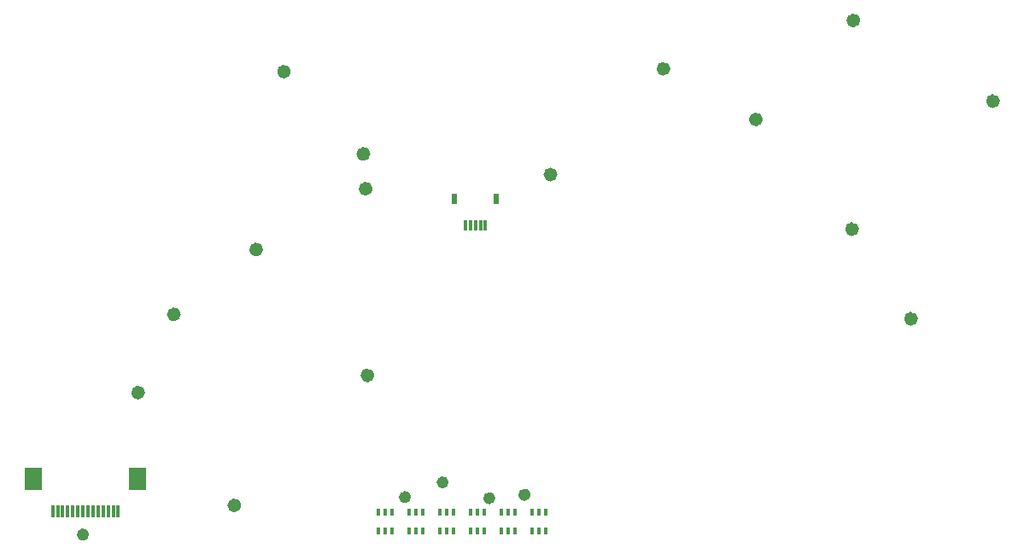
<source format=gbr>
G04 #@! TF.GenerationSoftware,KiCad,Pcbnew,7.0.6*
G04 #@! TF.CreationDate,2023-09-27T17:44:09-07:00*
G04 #@! TF.ProjectId,procon_tactile_button_board,70726f63-6f6e-45f7-9461-6374696c655f,rev?*
G04 #@! TF.SameCoordinates,Original*
G04 #@! TF.FileFunction,Soldermask,Bot*
G04 #@! TF.FilePolarity,Negative*
%FSLAX46Y46*%
G04 Gerber Fmt 4.6, Leading zero omitted, Abs format (unit mm)*
G04 Created by KiCad (PCBNEW 7.0.6) date 2023-09-27 17:44:09*
%MOMM*%
%LPD*%
G01*
G04 APERTURE LIST*
%ADD10C,0.700000*%
%ADD11C,0.605553*%
%ADD12C,0.624110*%
%ADD13C,0.619523*%
%ADD14C,0.622015*%
%ADD15C,0.604760*%
%ADD16R,0.400000X0.650000*%
%ADD17R,0.600000X1.000000*%
%ADD18R,0.300000X1.000000*%
%ADD19R,0.300000X1.300000*%
%ADD20R,1.800000X2.200000*%
G04 APERTURE END LIST*
D10*
X110035024Y-151467039D02*
G75*
G03*
X110035024Y-151467039I-350000J0D01*
G01*
X171275472Y-124363857D02*
G75*
G03*
X171275472Y-124363857I-350000J0D01*
G01*
X162122602Y-119345941D02*
G75*
G03*
X162122602Y-119345941I-350000J0D01*
G01*
D11*
X136445997Y-161827128D02*
G75*
G03*
X136445997Y-161827128I-302776J0D01*
G01*
D12*
X104539318Y-165543989D02*
G75*
G03*
X104539318Y-165543989I-312055J0D01*
G01*
D10*
X186659000Y-144145000D02*
G75*
G03*
X186659000Y-144145000I-350000J0D01*
G01*
X180944000Y-114554000D02*
G75*
G03*
X180944000Y-114554000I-350000J0D01*
G01*
X132766626Y-149752890D02*
G75*
G03*
X132766626Y-149752890I-350000J0D01*
G01*
X119578288Y-162647577D02*
G75*
G03*
X119578288Y-162647577I-350000J0D01*
G01*
X180817000Y-135255000D02*
G75*
G03*
X180817000Y-135255000I-350000J0D01*
G01*
X132597338Y-131251049D02*
G75*
G03*
X132597338Y-131251049I-350000J0D01*
G01*
X150921200Y-129844800D02*
G75*
G03*
X150921200Y-129844800I-350000J0D01*
G01*
D13*
X144804207Y-161939791D02*
G75*
G03*
X144804207Y-161939791I-309761J0D01*
G01*
D14*
X148295839Y-161597812D02*
G75*
G03*
X148295839Y-161597812I-311007J0D01*
G01*
D10*
X113579287Y-143709350D02*
G75*
G03*
X113579287Y-143709350I-350000J0D01*
G01*
X121735967Y-137278859D02*
G75*
G03*
X121735967Y-137278859I-350000J0D01*
G01*
X194787000Y-122555000D02*
G75*
G03*
X194787000Y-122555000I-350000J0D01*
G01*
X124494738Y-119634000D02*
G75*
G03*
X124494738Y-119634000I-350000J0D01*
G01*
D15*
X140181971Y-160364528D02*
G75*
G03*
X140181971Y-160364528I-302380J0D01*
G01*
D10*
X132367587Y-127797213D02*
G75*
G03*
X132367587Y-127797213I-350000J0D01*
G01*
D16*
X147024720Y-165209612D03*
X146374720Y-165209612D03*
X145724720Y-165209612D03*
X145724720Y-163309612D03*
X146374720Y-163309612D03*
X147024720Y-163309612D03*
X137880720Y-165209612D03*
X137230720Y-165209612D03*
X136580720Y-165209612D03*
X136580720Y-163309612D03*
X137230720Y-163309612D03*
X137880720Y-163309612D03*
X140928720Y-165209612D03*
X140278720Y-165209612D03*
X139628720Y-165209612D03*
X139628720Y-163309612D03*
X140278720Y-163309612D03*
X140928720Y-163309612D03*
D17*
X141033000Y-132246000D03*
X145213000Y-132246000D03*
D18*
X142123000Y-134896000D03*
X142623000Y-134896000D03*
X143123000Y-134896000D03*
X143623000Y-134896000D03*
X144123000Y-134896000D03*
D16*
X134832720Y-165209612D03*
X134182720Y-165209612D03*
X133532720Y-165209612D03*
X133532720Y-163309612D03*
X134182720Y-163309612D03*
X134832720Y-163309612D03*
X143976720Y-165209612D03*
X143326720Y-165209612D03*
X142676720Y-165209612D03*
X142676720Y-163309612D03*
X143326720Y-163309612D03*
X143976720Y-163309612D03*
X150072720Y-165209612D03*
X149422720Y-165209612D03*
X148772720Y-165209612D03*
X148772720Y-163309612D03*
X149422720Y-163309612D03*
X150072720Y-163309612D03*
D19*
X101214720Y-163251644D03*
X101714720Y-163251644D03*
X102214720Y-163251644D03*
X102714720Y-163251644D03*
X103214720Y-163251644D03*
X103714720Y-163251644D03*
X104214720Y-163251644D03*
X104714720Y-163251644D03*
X105214720Y-163251644D03*
X105714720Y-163251644D03*
X106214720Y-163251644D03*
X106714720Y-163251644D03*
X107214720Y-163251644D03*
X107714720Y-163251644D03*
D20*
X99314720Y-160001644D03*
X109614720Y-160001644D03*
M02*

</source>
